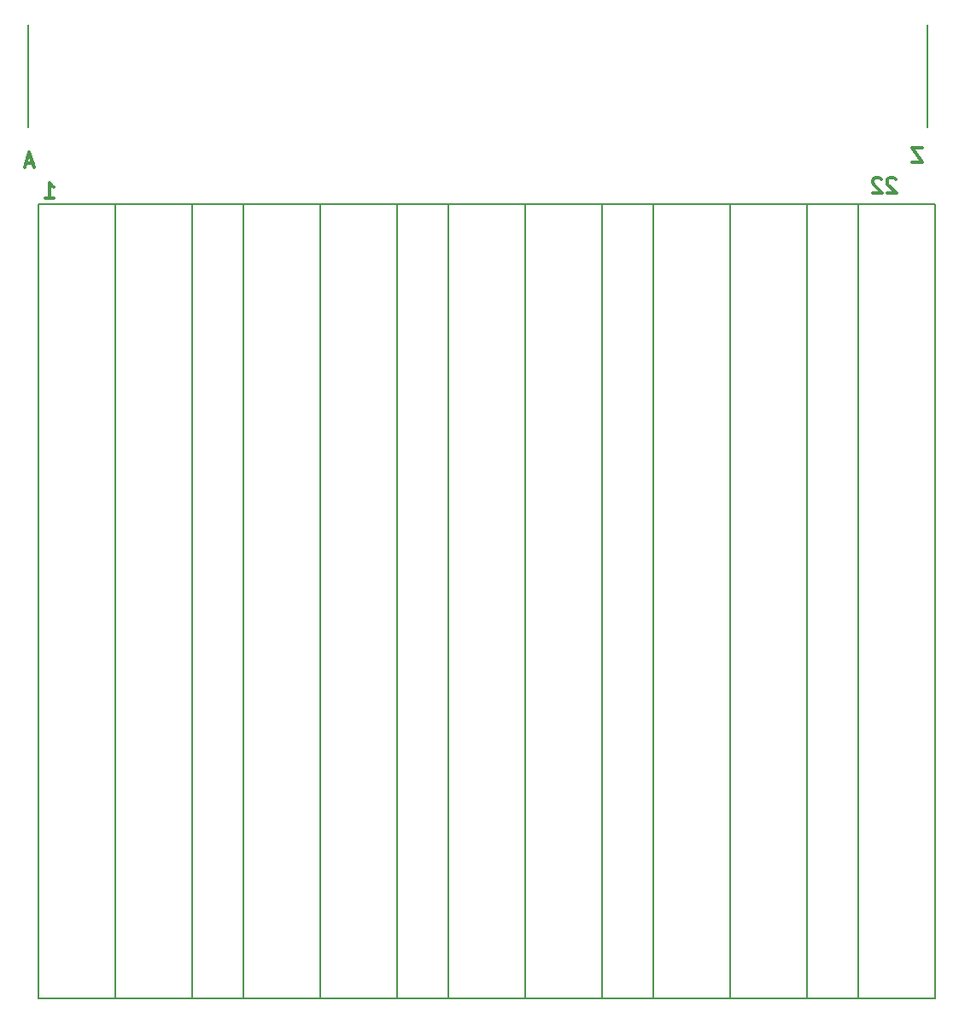
<source format=gbr>
G04 #@! TF.GenerationSoftware,KiCad,Pcbnew,5.0.2+dfsg1-1~bpo9+1*
G04 #@! TF.CreationDate,2020-04-17T05:40:57-05:00*
G04 #@! TF.ProjectId,VICProto,56494350-726f-4746-9f2e-6b696361645f,rev?*
G04 #@! TF.SameCoordinates,Original*
G04 #@! TF.FileFunction,Legend,Bot*
G04 #@! TF.FilePolarity,Positive*
%FSLAX46Y46*%
G04 Gerber Fmt 4.6, Leading zero omitted, Abs format (unit mm)*
G04 Created by KiCad (PCBNEW 5.0.2+dfsg1-1~bpo9+1) date Fri 17 Apr 2020 05:40:57 AM CDT*
%MOMM*%
%LPD*%
G01*
G04 APERTURE LIST*
%ADD10C,0.300000*%
%ADD11C,0.200000*%
%ADD12C,0.150000*%
G04 APERTURE END LIST*
D10*
X104857142Y-32750000D02*
X104142857Y-32750000D01*
X105000000Y-33178571D02*
X104500000Y-31678571D01*
X104000000Y-33178571D01*
X106071428Y-36178571D02*
X106928571Y-36178571D01*
X106500000Y-36178571D02*
X106500000Y-34678571D01*
X106642857Y-34892857D01*
X106785714Y-35035714D01*
X106928571Y-35107142D01*
X193000000Y-31178571D02*
X192000000Y-31178571D01*
X193000000Y-32678571D01*
X192000000Y-32678571D01*
X190372857Y-34321428D02*
X190301428Y-34250000D01*
X190158571Y-34178571D01*
X189801428Y-34178571D01*
X189658571Y-34250000D01*
X189587142Y-34321428D01*
X189515714Y-34464285D01*
X189515714Y-34607142D01*
X189587142Y-34821428D01*
X190444285Y-35678571D01*
X189515714Y-35678571D01*
X188944285Y-34321428D02*
X188872857Y-34250000D01*
X188730000Y-34178571D01*
X188372857Y-34178571D01*
X188230000Y-34250000D01*
X188158571Y-34321428D01*
X188087142Y-34464285D01*
X188087142Y-34607142D01*
X188158571Y-34821428D01*
X189015714Y-35678571D01*
X188087142Y-35678571D01*
D11*
X186690000Y-115570000D02*
X186690000Y-36830000D01*
X181610000Y-36830000D02*
X181610000Y-115570000D01*
X173990000Y-115570000D02*
X173990000Y-36830000D01*
X166370000Y-36830000D02*
X166370000Y-115570000D01*
X161290000Y-115570000D02*
X161290000Y-36830000D01*
X153670000Y-36830000D02*
X153670000Y-115570000D01*
X146050000Y-115570000D02*
X146050000Y-36830000D01*
X140970000Y-36830000D02*
X140970000Y-115570000D01*
X133350000Y-115570000D02*
X133350000Y-36830000D01*
X125730000Y-36830000D02*
X125730000Y-115570000D01*
X120650000Y-115570000D02*
X120650000Y-36830000D01*
X113030000Y-36830000D02*
X113030000Y-115570000D01*
X105410000Y-115570000D02*
X105410000Y-36830000D01*
X194310000Y-115570000D02*
X105410000Y-115570000D01*
X194310000Y-36830000D02*
X194310000Y-115570000D01*
X105410000Y-36830000D02*
X194310000Y-36830000D01*
D12*
G04 #@! TO.C,CONN\002A\002A*
X104419400Y-29210000D02*
X104419400Y-19050000D01*
X193573400Y-19050000D02*
X193573400Y-29210000D01*
G04 #@! TD*
M02*

</source>
